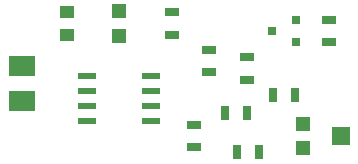
<source format=gtp>
G04 #@! TF.FileFunction,Paste,Top*
%FSLAX46Y46*%
G04 Gerber Fmt 4.6, Leading zero omitted, Abs format (unit mm)*
G04 Created by KiCad (PCBNEW 4.0.1-stable) date Tuesday, March 29, 2016 'AMt' 12:53:49 AM*
%MOMM*%
G01*
G04 APERTURE LIST*
%ADD10C,0.100000*%
%ADD11R,2.230000X1.800000*%
%ADD12R,1.250000X1.000000*%
%ADD13R,1.198880X1.198880*%
%ADD14R,0.800100X0.800100*%
%ADD15R,0.700000X1.300000*%
%ADD16R,1.300000X0.700000*%
%ADD17R,1.200000X1.200000*%
%ADD18R,1.500000X1.600000*%
%ADD19R,1.550000X0.600000*%
G04 APERTURE END LIST*
D10*
D11*
X127635000Y-104330000D03*
X127635000Y-101410000D03*
D12*
X131445000Y-96790000D03*
X131445000Y-98790000D03*
D13*
X135890000Y-96740980D03*
X135890000Y-98839020D03*
D14*
X150860760Y-99375000D03*
X150860760Y-97475000D03*
X148861780Y-98425000D03*
D15*
X148910000Y-103886000D03*
X150810000Y-103886000D03*
D16*
X153670000Y-97475000D03*
X153670000Y-99375000D03*
D15*
X147762000Y-108712000D03*
X145862000Y-108712000D03*
D16*
X142240000Y-106365000D03*
X142240000Y-108265000D03*
D15*
X146746000Y-105410000D03*
X144846000Y-105410000D03*
D16*
X140335000Y-98740000D03*
X140335000Y-96840000D03*
X146685000Y-100650000D03*
X146685000Y-102550000D03*
X143510000Y-101915000D03*
X143510000Y-100015000D03*
D17*
X151435000Y-106315000D03*
X151435000Y-108315000D03*
D18*
X154685000Y-107315000D03*
D19*
X133190000Y-102235000D03*
X133190000Y-103505000D03*
X133190000Y-104775000D03*
X133190000Y-106045000D03*
X138590000Y-106045000D03*
X138590000Y-104775000D03*
X138590000Y-103505000D03*
X138590000Y-102235000D03*
M02*

</source>
